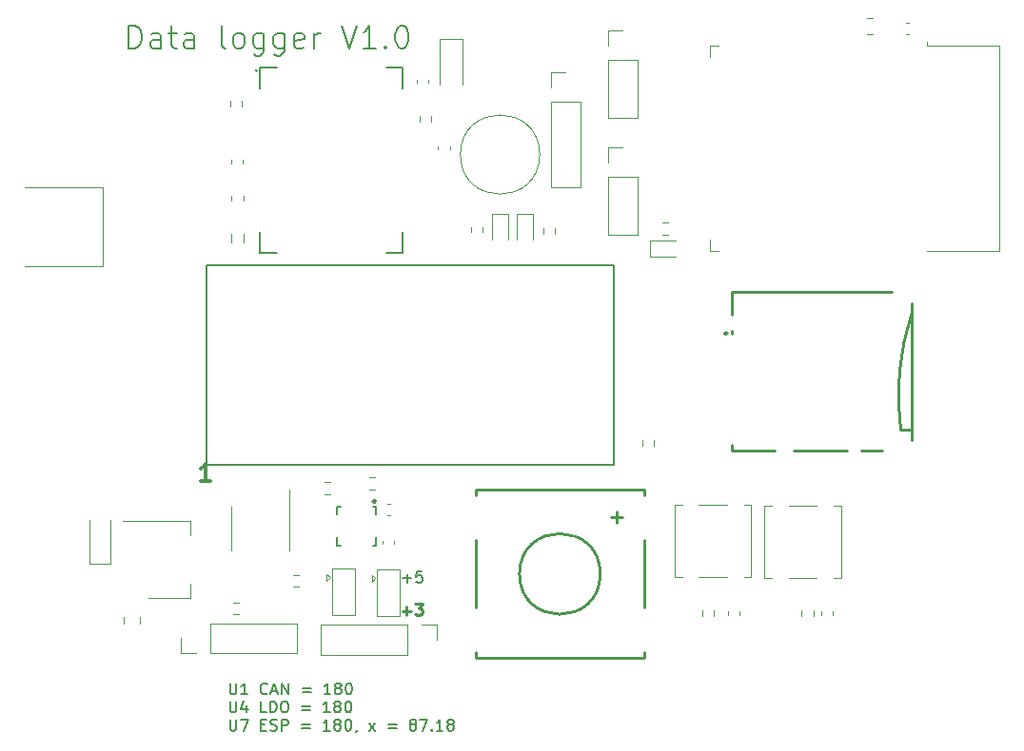
<source format=gbr>
%TF.GenerationSoftware,KiCad,Pcbnew,7.0.1-0*%
%TF.CreationDate,2023-07-25T08:38:12-04:00*%
%TF.ProjectId,data_logger,64617461-5f6c-46f6-9767-65722e6b6963,rev?*%
%TF.SameCoordinates,Original*%
%TF.FileFunction,Legend,Top*%
%TF.FilePolarity,Positive*%
%FSLAX46Y46*%
G04 Gerber Fmt 4.6, Leading zero omitted, Abs format (unit mm)*
G04 Created by KiCad (PCBNEW 7.0.1-0) date 2023-07-25 08:38:12*
%MOMM*%
%LPD*%
G01*
G04 APERTURE LIST*
%ADD10C,0.300000*%
%ADD11C,0.240000*%
%ADD12C,0.200000*%
%ADD13C,0.150000*%
%ADD14C,0.120000*%
%ADD15C,0.100000*%
%ADD16C,0.254000*%
%ADD17C,0.250000*%
%ADD18C,0.127000*%
%ADD19C,0.177800*%
%ADD20C,0.141418*%
G04 APERTURE END LIST*
D10*
X33654857Y-56966428D02*
X32797714Y-56966428D01*
X33226285Y-56966428D02*
X33226285Y-55466428D01*
X33226285Y-55466428D02*
X33083428Y-55680714D01*
X33083428Y-55680714D02*
X32940571Y-55823571D01*
X32940571Y-55823571D02*
X32797714Y-55895000D01*
D11*
X50759795Y-68543066D02*
X51521700Y-68543066D01*
X51140747Y-68924019D02*
X51140747Y-68162114D01*
X51902652Y-67924019D02*
X52521699Y-67924019D01*
X52521699Y-67924019D02*
X52188366Y-68304971D01*
X52188366Y-68304971D02*
X52331223Y-68304971D01*
X52331223Y-68304971D02*
X52426461Y-68352590D01*
X52426461Y-68352590D02*
X52474080Y-68400209D01*
X52474080Y-68400209D02*
X52521699Y-68495447D01*
X52521699Y-68495447D02*
X52521699Y-68733542D01*
X52521699Y-68733542D02*
X52474080Y-68828780D01*
X52474080Y-68828780D02*
X52426461Y-68876400D01*
X52426461Y-68876400D02*
X52331223Y-68924019D01*
X52331223Y-68924019D02*
X52045509Y-68924019D01*
X52045509Y-68924019D02*
X51950271Y-68876400D01*
X51950271Y-68876400D02*
X51902652Y-68828780D01*
D12*
X50778095Y-65646666D02*
X51540000Y-65646666D01*
X51159047Y-66027619D02*
X51159047Y-65265714D01*
X52492380Y-65027619D02*
X52016190Y-65027619D01*
X52016190Y-65027619D02*
X51968571Y-65503809D01*
X51968571Y-65503809D02*
X52016190Y-65456190D01*
X52016190Y-65456190D02*
X52111428Y-65408571D01*
X52111428Y-65408571D02*
X52349523Y-65408571D01*
X52349523Y-65408571D02*
X52444761Y-65456190D01*
X52444761Y-65456190D02*
X52492380Y-65503809D01*
X52492380Y-65503809D02*
X52539999Y-65599047D01*
X52539999Y-65599047D02*
X52539999Y-65837142D01*
X52539999Y-65837142D02*
X52492380Y-65932380D01*
X52492380Y-65932380D02*
X52444761Y-65980000D01*
X52444761Y-65980000D02*
X52349523Y-66027619D01*
X52349523Y-66027619D02*
X52111428Y-66027619D01*
X52111428Y-66027619D02*
X52016190Y-65980000D01*
X52016190Y-65980000D02*
X51968571Y-65932380D01*
D13*
X35418095Y-74977619D02*
X35418095Y-75787142D01*
X35418095Y-75787142D02*
X35465714Y-75882380D01*
X35465714Y-75882380D02*
X35513333Y-75930000D01*
X35513333Y-75930000D02*
X35608571Y-75977619D01*
X35608571Y-75977619D02*
X35799047Y-75977619D01*
X35799047Y-75977619D02*
X35894285Y-75930000D01*
X35894285Y-75930000D02*
X35941904Y-75882380D01*
X35941904Y-75882380D02*
X35989523Y-75787142D01*
X35989523Y-75787142D02*
X35989523Y-74977619D01*
X36989523Y-75977619D02*
X36418095Y-75977619D01*
X36703809Y-75977619D02*
X36703809Y-74977619D01*
X36703809Y-74977619D02*
X36608571Y-75120476D01*
X36608571Y-75120476D02*
X36513333Y-75215714D01*
X36513333Y-75215714D02*
X36418095Y-75263333D01*
X38751428Y-75882380D02*
X38703809Y-75930000D01*
X38703809Y-75930000D02*
X38560952Y-75977619D01*
X38560952Y-75977619D02*
X38465714Y-75977619D01*
X38465714Y-75977619D02*
X38322857Y-75930000D01*
X38322857Y-75930000D02*
X38227619Y-75834761D01*
X38227619Y-75834761D02*
X38180000Y-75739523D01*
X38180000Y-75739523D02*
X38132381Y-75549047D01*
X38132381Y-75549047D02*
X38132381Y-75406190D01*
X38132381Y-75406190D02*
X38180000Y-75215714D01*
X38180000Y-75215714D02*
X38227619Y-75120476D01*
X38227619Y-75120476D02*
X38322857Y-75025238D01*
X38322857Y-75025238D02*
X38465714Y-74977619D01*
X38465714Y-74977619D02*
X38560952Y-74977619D01*
X38560952Y-74977619D02*
X38703809Y-75025238D01*
X38703809Y-75025238D02*
X38751428Y-75072857D01*
X39132381Y-75691904D02*
X39608571Y-75691904D01*
X39037143Y-75977619D02*
X39370476Y-74977619D01*
X39370476Y-74977619D02*
X39703809Y-75977619D01*
X40037143Y-75977619D02*
X40037143Y-74977619D01*
X40037143Y-74977619D02*
X40608571Y-75977619D01*
X40608571Y-75977619D02*
X40608571Y-74977619D01*
X41846667Y-75453809D02*
X42608572Y-75453809D01*
X42608572Y-75739523D02*
X41846667Y-75739523D01*
X44370476Y-75977619D02*
X43799048Y-75977619D01*
X44084762Y-75977619D02*
X44084762Y-74977619D01*
X44084762Y-74977619D02*
X43989524Y-75120476D01*
X43989524Y-75120476D02*
X43894286Y-75215714D01*
X43894286Y-75215714D02*
X43799048Y-75263333D01*
X44941905Y-75406190D02*
X44846667Y-75358571D01*
X44846667Y-75358571D02*
X44799048Y-75310952D01*
X44799048Y-75310952D02*
X44751429Y-75215714D01*
X44751429Y-75215714D02*
X44751429Y-75168095D01*
X44751429Y-75168095D02*
X44799048Y-75072857D01*
X44799048Y-75072857D02*
X44846667Y-75025238D01*
X44846667Y-75025238D02*
X44941905Y-74977619D01*
X44941905Y-74977619D02*
X45132381Y-74977619D01*
X45132381Y-74977619D02*
X45227619Y-75025238D01*
X45227619Y-75025238D02*
X45275238Y-75072857D01*
X45275238Y-75072857D02*
X45322857Y-75168095D01*
X45322857Y-75168095D02*
X45322857Y-75215714D01*
X45322857Y-75215714D02*
X45275238Y-75310952D01*
X45275238Y-75310952D02*
X45227619Y-75358571D01*
X45227619Y-75358571D02*
X45132381Y-75406190D01*
X45132381Y-75406190D02*
X44941905Y-75406190D01*
X44941905Y-75406190D02*
X44846667Y-75453809D01*
X44846667Y-75453809D02*
X44799048Y-75501428D01*
X44799048Y-75501428D02*
X44751429Y-75596666D01*
X44751429Y-75596666D02*
X44751429Y-75787142D01*
X44751429Y-75787142D02*
X44799048Y-75882380D01*
X44799048Y-75882380D02*
X44846667Y-75930000D01*
X44846667Y-75930000D02*
X44941905Y-75977619D01*
X44941905Y-75977619D02*
X45132381Y-75977619D01*
X45132381Y-75977619D02*
X45227619Y-75930000D01*
X45227619Y-75930000D02*
X45275238Y-75882380D01*
X45275238Y-75882380D02*
X45322857Y-75787142D01*
X45322857Y-75787142D02*
X45322857Y-75596666D01*
X45322857Y-75596666D02*
X45275238Y-75501428D01*
X45275238Y-75501428D02*
X45227619Y-75453809D01*
X45227619Y-75453809D02*
X45132381Y-75406190D01*
X45941905Y-74977619D02*
X46037143Y-74977619D01*
X46037143Y-74977619D02*
X46132381Y-75025238D01*
X46132381Y-75025238D02*
X46180000Y-75072857D01*
X46180000Y-75072857D02*
X46227619Y-75168095D01*
X46227619Y-75168095D02*
X46275238Y-75358571D01*
X46275238Y-75358571D02*
X46275238Y-75596666D01*
X46275238Y-75596666D02*
X46227619Y-75787142D01*
X46227619Y-75787142D02*
X46180000Y-75882380D01*
X46180000Y-75882380D02*
X46132381Y-75930000D01*
X46132381Y-75930000D02*
X46037143Y-75977619D01*
X46037143Y-75977619D02*
X45941905Y-75977619D01*
X45941905Y-75977619D02*
X45846667Y-75930000D01*
X45846667Y-75930000D02*
X45799048Y-75882380D01*
X45799048Y-75882380D02*
X45751429Y-75787142D01*
X45751429Y-75787142D02*
X45703810Y-75596666D01*
X45703810Y-75596666D02*
X45703810Y-75358571D01*
X45703810Y-75358571D02*
X45751429Y-75168095D01*
X45751429Y-75168095D02*
X45799048Y-75072857D01*
X45799048Y-75072857D02*
X45846667Y-75025238D01*
X45846667Y-75025238D02*
X45941905Y-74977619D01*
X35418095Y-76597619D02*
X35418095Y-77407142D01*
X35418095Y-77407142D02*
X35465714Y-77502380D01*
X35465714Y-77502380D02*
X35513333Y-77550000D01*
X35513333Y-77550000D02*
X35608571Y-77597619D01*
X35608571Y-77597619D02*
X35799047Y-77597619D01*
X35799047Y-77597619D02*
X35894285Y-77550000D01*
X35894285Y-77550000D02*
X35941904Y-77502380D01*
X35941904Y-77502380D02*
X35989523Y-77407142D01*
X35989523Y-77407142D02*
X35989523Y-76597619D01*
X36894285Y-76930952D02*
X36894285Y-77597619D01*
X36656190Y-76550000D02*
X36418095Y-77264285D01*
X36418095Y-77264285D02*
X37037142Y-77264285D01*
X38656190Y-77597619D02*
X38180000Y-77597619D01*
X38180000Y-77597619D02*
X38180000Y-76597619D01*
X38989524Y-77597619D02*
X38989524Y-76597619D01*
X38989524Y-76597619D02*
X39227619Y-76597619D01*
X39227619Y-76597619D02*
X39370476Y-76645238D01*
X39370476Y-76645238D02*
X39465714Y-76740476D01*
X39465714Y-76740476D02*
X39513333Y-76835714D01*
X39513333Y-76835714D02*
X39560952Y-77026190D01*
X39560952Y-77026190D02*
X39560952Y-77169047D01*
X39560952Y-77169047D02*
X39513333Y-77359523D01*
X39513333Y-77359523D02*
X39465714Y-77454761D01*
X39465714Y-77454761D02*
X39370476Y-77550000D01*
X39370476Y-77550000D02*
X39227619Y-77597619D01*
X39227619Y-77597619D02*
X38989524Y-77597619D01*
X40180000Y-76597619D02*
X40370476Y-76597619D01*
X40370476Y-76597619D02*
X40465714Y-76645238D01*
X40465714Y-76645238D02*
X40560952Y-76740476D01*
X40560952Y-76740476D02*
X40608571Y-76930952D01*
X40608571Y-76930952D02*
X40608571Y-77264285D01*
X40608571Y-77264285D02*
X40560952Y-77454761D01*
X40560952Y-77454761D02*
X40465714Y-77550000D01*
X40465714Y-77550000D02*
X40370476Y-77597619D01*
X40370476Y-77597619D02*
X40180000Y-77597619D01*
X40180000Y-77597619D02*
X40084762Y-77550000D01*
X40084762Y-77550000D02*
X39989524Y-77454761D01*
X39989524Y-77454761D02*
X39941905Y-77264285D01*
X39941905Y-77264285D02*
X39941905Y-76930952D01*
X39941905Y-76930952D02*
X39989524Y-76740476D01*
X39989524Y-76740476D02*
X40084762Y-76645238D01*
X40084762Y-76645238D02*
X40180000Y-76597619D01*
X41799048Y-77073809D02*
X42560953Y-77073809D01*
X42560953Y-77359523D02*
X41799048Y-77359523D01*
X44322857Y-77597619D02*
X43751429Y-77597619D01*
X44037143Y-77597619D02*
X44037143Y-76597619D01*
X44037143Y-76597619D02*
X43941905Y-76740476D01*
X43941905Y-76740476D02*
X43846667Y-76835714D01*
X43846667Y-76835714D02*
X43751429Y-76883333D01*
X44894286Y-77026190D02*
X44799048Y-76978571D01*
X44799048Y-76978571D02*
X44751429Y-76930952D01*
X44751429Y-76930952D02*
X44703810Y-76835714D01*
X44703810Y-76835714D02*
X44703810Y-76788095D01*
X44703810Y-76788095D02*
X44751429Y-76692857D01*
X44751429Y-76692857D02*
X44799048Y-76645238D01*
X44799048Y-76645238D02*
X44894286Y-76597619D01*
X44894286Y-76597619D02*
X45084762Y-76597619D01*
X45084762Y-76597619D02*
X45180000Y-76645238D01*
X45180000Y-76645238D02*
X45227619Y-76692857D01*
X45227619Y-76692857D02*
X45275238Y-76788095D01*
X45275238Y-76788095D02*
X45275238Y-76835714D01*
X45275238Y-76835714D02*
X45227619Y-76930952D01*
X45227619Y-76930952D02*
X45180000Y-76978571D01*
X45180000Y-76978571D02*
X45084762Y-77026190D01*
X45084762Y-77026190D02*
X44894286Y-77026190D01*
X44894286Y-77026190D02*
X44799048Y-77073809D01*
X44799048Y-77073809D02*
X44751429Y-77121428D01*
X44751429Y-77121428D02*
X44703810Y-77216666D01*
X44703810Y-77216666D02*
X44703810Y-77407142D01*
X44703810Y-77407142D02*
X44751429Y-77502380D01*
X44751429Y-77502380D02*
X44799048Y-77550000D01*
X44799048Y-77550000D02*
X44894286Y-77597619D01*
X44894286Y-77597619D02*
X45084762Y-77597619D01*
X45084762Y-77597619D02*
X45180000Y-77550000D01*
X45180000Y-77550000D02*
X45227619Y-77502380D01*
X45227619Y-77502380D02*
X45275238Y-77407142D01*
X45275238Y-77407142D02*
X45275238Y-77216666D01*
X45275238Y-77216666D02*
X45227619Y-77121428D01*
X45227619Y-77121428D02*
X45180000Y-77073809D01*
X45180000Y-77073809D02*
X45084762Y-77026190D01*
X45894286Y-76597619D02*
X45989524Y-76597619D01*
X45989524Y-76597619D02*
X46084762Y-76645238D01*
X46084762Y-76645238D02*
X46132381Y-76692857D01*
X46132381Y-76692857D02*
X46180000Y-76788095D01*
X46180000Y-76788095D02*
X46227619Y-76978571D01*
X46227619Y-76978571D02*
X46227619Y-77216666D01*
X46227619Y-77216666D02*
X46180000Y-77407142D01*
X46180000Y-77407142D02*
X46132381Y-77502380D01*
X46132381Y-77502380D02*
X46084762Y-77550000D01*
X46084762Y-77550000D02*
X45989524Y-77597619D01*
X45989524Y-77597619D02*
X45894286Y-77597619D01*
X45894286Y-77597619D02*
X45799048Y-77550000D01*
X45799048Y-77550000D02*
X45751429Y-77502380D01*
X45751429Y-77502380D02*
X45703810Y-77407142D01*
X45703810Y-77407142D02*
X45656191Y-77216666D01*
X45656191Y-77216666D02*
X45656191Y-76978571D01*
X45656191Y-76978571D02*
X45703810Y-76788095D01*
X45703810Y-76788095D02*
X45751429Y-76692857D01*
X45751429Y-76692857D02*
X45799048Y-76645238D01*
X45799048Y-76645238D02*
X45894286Y-76597619D01*
X35418095Y-78217619D02*
X35418095Y-79027142D01*
X35418095Y-79027142D02*
X35465714Y-79122380D01*
X35465714Y-79122380D02*
X35513333Y-79170000D01*
X35513333Y-79170000D02*
X35608571Y-79217619D01*
X35608571Y-79217619D02*
X35799047Y-79217619D01*
X35799047Y-79217619D02*
X35894285Y-79170000D01*
X35894285Y-79170000D02*
X35941904Y-79122380D01*
X35941904Y-79122380D02*
X35989523Y-79027142D01*
X35989523Y-79027142D02*
X35989523Y-78217619D01*
X36370476Y-78217619D02*
X37037142Y-78217619D01*
X37037142Y-78217619D02*
X36608571Y-79217619D01*
X38180000Y-78693809D02*
X38513333Y-78693809D01*
X38656190Y-79217619D02*
X38180000Y-79217619D01*
X38180000Y-79217619D02*
X38180000Y-78217619D01*
X38180000Y-78217619D02*
X38656190Y-78217619D01*
X39037143Y-79170000D02*
X39180000Y-79217619D01*
X39180000Y-79217619D02*
X39418095Y-79217619D01*
X39418095Y-79217619D02*
X39513333Y-79170000D01*
X39513333Y-79170000D02*
X39560952Y-79122380D01*
X39560952Y-79122380D02*
X39608571Y-79027142D01*
X39608571Y-79027142D02*
X39608571Y-78931904D01*
X39608571Y-78931904D02*
X39560952Y-78836666D01*
X39560952Y-78836666D02*
X39513333Y-78789047D01*
X39513333Y-78789047D02*
X39418095Y-78741428D01*
X39418095Y-78741428D02*
X39227619Y-78693809D01*
X39227619Y-78693809D02*
X39132381Y-78646190D01*
X39132381Y-78646190D02*
X39084762Y-78598571D01*
X39084762Y-78598571D02*
X39037143Y-78503333D01*
X39037143Y-78503333D02*
X39037143Y-78408095D01*
X39037143Y-78408095D02*
X39084762Y-78312857D01*
X39084762Y-78312857D02*
X39132381Y-78265238D01*
X39132381Y-78265238D02*
X39227619Y-78217619D01*
X39227619Y-78217619D02*
X39465714Y-78217619D01*
X39465714Y-78217619D02*
X39608571Y-78265238D01*
X40037143Y-79217619D02*
X40037143Y-78217619D01*
X40037143Y-78217619D02*
X40418095Y-78217619D01*
X40418095Y-78217619D02*
X40513333Y-78265238D01*
X40513333Y-78265238D02*
X40560952Y-78312857D01*
X40560952Y-78312857D02*
X40608571Y-78408095D01*
X40608571Y-78408095D02*
X40608571Y-78550952D01*
X40608571Y-78550952D02*
X40560952Y-78646190D01*
X40560952Y-78646190D02*
X40513333Y-78693809D01*
X40513333Y-78693809D02*
X40418095Y-78741428D01*
X40418095Y-78741428D02*
X40037143Y-78741428D01*
X41799048Y-78693809D02*
X42560953Y-78693809D01*
X42560953Y-78979523D02*
X41799048Y-78979523D01*
X44322857Y-79217619D02*
X43751429Y-79217619D01*
X44037143Y-79217619D02*
X44037143Y-78217619D01*
X44037143Y-78217619D02*
X43941905Y-78360476D01*
X43941905Y-78360476D02*
X43846667Y-78455714D01*
X43846667Y-78455714D02*
X43751429Y-78503333D01*
X44894286Y-78646190D02*
X44799048Y-78598571D01*
X44799048Y-78598571D02*
X44751429Y-78550952D01*
X44751429Y-78550952D02*
X44703810Y-78455714D01*
X44703810Y-78455714D02*
X44703810Y-78408095D01*
X44703810Y-78408095D02*
X44751429Y-78312857D01*
X44751429Y-78312857D02*
X44799048Y-78265238D01*
X44799048Y-78265238D02*
X44894286Y-78217619D01*
X44894286Y-78217619D02*
X45084762Y-78217619D01*
X45084762Y-78217619D02*
X45180000Y-78265238D01*
X45180000Y-78265238D02*
X45227619Y-78312857D01*
X45227619Y-78312857D02*
X45275238Y-78408095D01*
X45275238Y-78408095D02*
X45275238Y-78455714D01*
X45275238Y-78455714D02*
X45227619Y-78550952D01*
X45227619Y-78550952D02*
X45180000Y-78598571D01*
X45180000Y-78598571D02*
X45084762Y-78646190D01*
X45084762Y-78646190D02*
X44894286Y-78646190D01*
X44894286Y-78646190D02*
X44799048Y-78693809D01*
X44799048Y-78693809D02*
X44751429Y-78741428D01*
X44751429Y-78741428D02*
X44703810Y-78836666D01*
X44703810Y-78836666D02*
X44703810Y-79027142D01*
X44703810Y-79027142D02*
X44751429Y-79122380D01*
X44751429Y-79122380D02*
X44799048Y-79170000D01*
X44799048Y-79170000D02*
X44894286Y-79217619D01*
X44894286Y-79217619D02*
X45084762Y-79217619D01*
X45084762Y-79217619D02*
X45180000Y-79170000D01*
X45180000Y-79170000D02*
X45227619Y-79122380D01*
X45227619Y-79122380D02*
X45275238Y-79027142D01*
X45275238Y-79027142D02*
X45275238Y-78836666D01*
X45275238Y-78836666D02*
X45227619Y-78741428D01*
X45227619Y-78741428D02*
X45180000Y-78693809D01*
X45180000Y-78693809D02*
X45084762Y-78646190D01*
X45894286Y-78217619D02*
X45989524Y-78217619D01*
X45989524Y-78217619D02*
X46084762Y-78265238D01*
X46084762Y-78265238D02*
X46132381Y-78312857D01*
X46132381Y-78312857D02*
X46180000Y-78408095D01*
X46180000Y-78408095D02*
X46227619Y-78598571D01*
X46227619Y-78598571D02*
X46227619Y-78836666D01*
X46227619Y-78836666D02*
X46180000Y-79027142D01*
X46180000Y-79027142D02*
X46132381Y-79122380D01*
X46132381Y-79122380D02*
X46084762Y-79170000D01*
X46084762Y-79170000D02*
X45989524Y-79217619D01*
X45989524Y-79217619D02*
X45894286Y-79217619D01*
X45894286Y-79217619D02*
X45799048Y-79170000D01*
X45799048Y-79170000D02*
X45751429Y-79122380D01*
X45751429Y-79122380D02*
X45703810Y-79027142D01*
X45703810Y-79027142D02*
X45656191Y-78836666D01*
X45656191Y-78836666D02*
X45656191Y-78598571D01*
X45656191Y-78598571D02*
X45703810Y-78408095D01*
X45703810Y-78408095D02*
X45751429Y-78312857D01*
X45751429Y-78312857D02*
X45799048Y-78265238D01*
X45799048Y-78265238D02*
X45894286Y-78217619D01*
X46703810Y-79170000D02*
X46703810Y-79217619D01*
X46703810Y-79217619D02*
X46656191Y-79312857D01*
X46656191Y-79312857D02*
X46608572Y-79360476D01*
X47799048Y-79217619D02*
X48322857Y-78550952D01*
X47799048Y-78550952D02*
X48322857Y-79217619D01*
X49465715Y-78693809D02*
X50227620Y-78693809D01*
X50227620Y-78979523D02*
X49465715Y-78979523D01*
X51608572Y-78646190D02*
X51513334Y-78598571D01*
X51513334Y-78598571D02*
X51465715Y-78550952D01*
X51465715Y-78550952D02*
X51418096Y-78455714D01*
X51418096Y-78455714D02*
X51418096Y-78408095D01*
X51418096Y-78408095D02*
X51465715Y-78312857D01*
X51465715Y-78312857D02*
X51513334Y-78265238D01*
X51513334Y-78265238D02*
X51608572Y-78217619D01*
X51608572Y-78217619D02*
X51799048Y-78217619D01*
X51799048Y-78217619D02*
X51894286Y-78265238D01*
X51894286Y-78265238D02*
X51941905Y-78312857D01*
X51941905Y-78312857D02*
X51989524Y-78408095D01*
X51989524Y-78408095D02*
X51989524Y-78455714D01*
X51989524Y-78455714D02*
X51941905Y-78550952D01*
X51941905Y-78550952D02*
X51894286Y-78598571D01*
X51894286Y-78598571D02*
X51799048Y-78646190D01*
X51799048Y-78646190D02*
X51608572Y-78646190D01*
X51608572Y-78646190D02*
X51513334Y-78693809D01*
X51513334Y-78693809D02*
X51465715Y-78741428D01*
X51465715Y-78741428D02*
X51418096Y-78836666D01*
X51418096Y-78836666D02*
X51418096Y-79027142D01*
X51418096Y-79027142D02*
X51465715Y-79122380D01*
X51465715Y-79122380D02*
X51513334Y-79170000D01*
X51513334Y-79170000D02*
X51608572Y-79217619D01*
X51608572Y-79217619D02*
X51799048Y-79217619D01*
X51799048Y-79217619D02*
X51894286Y-79170000D01*
X51894286Y-79170000D02*
X51941905Y-79122380D01*
X51941905Y-79122380D02*
X51989524Y-79027142D01*
X51989524Y-79027142D02*
X51989524Y-78836666D01*
X51989524Y-78836666D02*
X51941905Y-78741428D01*
X51941905Y-78741428D02*
X51894286Y-78693809D01*
X51894286Y-78693809D02*
X51799048Y-78646190D01*
X52322858Y-78217619D02*
X52989524Y-78217619D01*
X52989524Y-78217619D02*
X52560953Y-79217619D01*
X53370477Y-79122380D02*
X53418096Y-79170000D01*
X53418096Y-79170000D02*
X53370477Y-79217619D01*
X53370477Y-79217619D02*
X53322858Y-79170000D01*
X53322858Y-79170000D02*
X53370477Y-79122380D01*
X53370477Y-79122380D02*
X53370477Y-79217619D01*
X54370476Y-79217619D02*
X53799048Y-79217619D01*
X54084762Y-79217619D02*
X54084762Y-78217619D01*
X54084762Y-78217619D02*
X53989524Y-78360476D01*
X53989524Y-78360476D02*
X53894286Y-78455714D01*
X53894286Y-78455714D02*
X53799048Y-78503333D01*
X54941905Y-78646190D02*
X54846667Y-78598571D01*
X54846667Y-78598571D02*
X54799048Y-78550952D01*
X54799048Y-78550952D02*
X54751429Y-78455714D01*
X54751429Y-78455714D02*
X54751429Y-78408095D01*
X54751429Y-78408095D02*
X54799048Y-78312857D01*
X54799048Y-78312857D02*
X54846667Y-78265238D01*
X54846667Y-78265238D02*
X54941905Y-78217619D01*
X54941905Y-78217619D02*
X55132381Y-78217619D01*
X55132381Y-78217619D02*
X55227619Y-78265238D01*
X55227619Y-78265238D02*
X55275238Y-78312857D01*
X55275238Y-78312857D02*
X55322857Y-78408095D01*
X55322857Y-78408095D02*
X55322857Y-78455714D01*
X55322857Y-78455714D02*
X55275238Y-78550952D01*
X55275238Y-78550952D02*
X55227619Y-78598571D01*
X55227619Y-78598571D02*
X55132381Y-78646190D01*
X55132381Y-78646190D02*
X54941905Y-78646190D01*
X54941905Y-78646190D02*
X54846667Y-78693809D01*
X54846667Y-78693809D02*
X54799048Y-78741428D01*
X54799048Y-78741428D02*
X54751429Y-78836666D01*
X54751429Y-78836666D02*
X54751429Y-79027142D01*
X54751429Y-79027142D02*
X54799048Y-79122380D01*
X54799048Y-79122380D02*
X54846667Y-79170000D01*
X54846667Y-79170000D02*
X54941905Y-79217619D01*
X54941905Y-79217619D02*
X55132381Y-79217619D01*
X55132381Y-79217619D02*
X55227619Y-79170000D01*
X55227619Y-79170000D02*
X55275238Y-79122380D01*
X55275238Y-79122380D02*
X55322857Y-79027142D01*
X55322857Y-79027142D02*
X55322857Y-78836666D01*
X55322857Y-78836666D02*
X55275238Y-78741428D01*
X55275238Y-78741428D02*
X55227619Y-78693809D01*
X55227619Y-78693809D02*
X55132381Y-78646190D01*
D12*
X26426190Y-18435238D02*
X26426190Y-16435238D01*
X26426190Y-16435238D02*
X26902380Y-16435238D01*
X26902380Y-16435238D02*
X27188095Y-16530476D01*
X27188095Y-16530476D02*
X27378571Y-16720952D01*
X27378571Y-16720952D02*
X27473809Y-16911428D01*
X27473809Y-16911428D02*
X27569047Y-17292380D01*
X27569047Y-17292380D02*
X27569047Y-17578095D01*
X27569047Y-17578095D02*
X27473809Y-17959047D01*
X27473809Y-17959047D02*
X27378571Y-18149523D01*
X27378571Y-18149523D02*
X27188095Y-18340000D01*
X27188095Y-18340000D02*
X26902380Y-18435238D01*
X26902380Y-18435238D02*
X26426190Y-18435238D01*
X29283333Y-18435238D02*
X29283333Y-17387619D01*
X29283333Y-17387619D02*
X29188095Y-17197142D01*
X29188095Y-17197142D02*
X28997619Y-17101904D01*
X28997619Y-17101904D02*
X28616666Y-17101904D01*
X28616666Y-17101904D02*
X28426190Y-17197142D01*
X29283333Y-18340000D02*
X29092857Y-18435238D01*
X29092857Y-18435238D02*
X28616666Y-18435238D01*
X28616666Y-18435238D02*
X28426190Y-18340000D01*
X28426190Y-18340000D02*
X28330952Y-18149523D01*
X28330952Y-18149523D02*
X28330952Y-17959047D01*
X28330952Y-17959047D02*
X28426190Y-17768571D01*
X28426190Y-17768571D02*
X28616666Y-17673333D01*
X28616666Y-17673333D02*
X29092857Y-17673333D01*
X29092857Y-17673333D02*
X29283333Y-17578095D01*
X29950000Y-17101904D02*
X30711904Y-17101904D01*
X30235714Y-16435238D02*
X30235714Y-18149523D01*
X30235714Y-18149523D02*
X30330952Y-18340000D01*
X30330952Y-18340000D02*
X30521428Y-18435238D01*
X30521428Y-18435238D02*
X30711904Y-18435238D01*
X32235714Y-18435238D02*
X32235714Y-17387619D01*
X32235714Y-17387619D02*
X32140476Y-17197142D01*
X32140476Y-17197142D02*
X31950000Y-17101904D01*
X31950000Y-17101904D02*
X31569047Y-17101904D01*
X31569047Y-17101904D02*
X31378571Y-17197142D01*
X32235714Y-18340000D02*
X32045238Y-18435238D01*
X32045238Y-18435238D02*
X31569047Y-18435238D01*
X31569047Y-18435238D02*
X31378571Y-18340000D01*
X31378571Y-18340000D02*
X31283333Y-18149523D01*
X31283333Y-18149523D02*
X31283333Y-17959047D01*
X31283333Y-17959047D02*
X31378571Y-17768571D01*
X31378571Y-17768571D02*
X31569047Y-17673333D01*
X31569047Y-17673333D02*
X32045238Y-17673333D01*
X32045238Y-17673333D02*
X32235714Y-17578095D01*
X34997619Y-18435238D02*
X34807143Y-18340000D01*
X34807143Y-18340000D02*
X34711905Y-18149523D01*
X34711905Y-18149523D02*
X34711905Y-16435238D01*
X36045238Y-18435238D02*
X35854762Y-18340000D01*
X35854762Y-18340000D02*
X35759524Y-18244761D01*
X35759524Y-18244761D02*
X35664286Y-18054285D01*
X35664286Y-18054285D02*
X35664286Y-17482857D01*
X35664286Y-17482857D02*
X35759524Y-17292380D01*
X35759524Y-17292380D02*
X35854762Y-17197142D01*
X35854762Y-17197142D02*
X36045238Y-17101904D01*
X36045238Y-17101904D02*
X36330953Y-17101904D01*
X36330953Y-17101904D02*
X36521429Y-17197142D01*
X36521429Y-17197142D02*
X36616667Y-17292380D01*
X36616667Y-17292380D02*
X36711905Y-17482857D01*
X36711905Y-17482857D02*
X36711905Y-18054285D01*
X36711905Y-18054285D02*
X36616667Y-18244761D01*
X36616667Y-18244761D02*
X36521429Y-18340000D01*
X36521429Y-18340000D02*
X36330953Y-18435238D01*
X36330953Y-18435238D02*
X36045238Y-18435238D01*
X38426191Y-17101904D02*
X38426191Y-18720952D01*
X38426191Y-18720952D02*
X38330953Y-18911428D01*
X38330953Y-18911428D02*
X38235715Y-19006666D01*
X38235715Y-19006666D02*
X38045238Y-19101904D01*
X38045238Y-19101904D02*
X37759524Y-19101904D01*
X37759524Y-19101904D02*
X37569048Y-19006666D01*
X38426191Y-18340000D02*
X38235715Y-18435238D01*
X38235715Y-18435238D02*
X37854762Y-18435238D01*
X37854762Y-18435238D02*
X37664286Y-18340000D01*
X37664286Y-18340000D02*
X37569048Y-18244761D01*
X37569048Y-18244761D02*
X37473810Y-18054285D01*
X37473810Y-18054285D02*
X37473810Y-17482857D01*
X37473810Y-17482857D02*
X37569048Y-17292380D01*
X37569048Y-17292380D02*
X37664286Y-17197142D01*
X37664286Y-17197142D02*
X37854762Y-17101904D01*
X37854762Y-17101904D02*
X38235715Y-17101904D01*
X38235715Y-17101904D02*
X38426191Y-17197142D01*
X40235715Y-17101904D02*
X40235715Y-18720952D01*
X40235715Y-18720952D02*
X40140477Y-18911428D01*
X40140477Y-18911428D02*
X40045239Y-19006666D01*
X40045239Y-19006666D02*
X39854762Y-19101904D01*
X39854762Y-19101904D02*
X39569048Y-19101904D01*
X39569048Y-19101904D02*
X39378572Y-19006666D01*
X40235715Y-18340000D02*
X40045239Y-18435238D01*
X40045239Y-18435238D02*
X39664286Y-18435238D01*
X39664286Y-18435238D02*
X39473810Y-18340000D01*
X39473810Y-18340000D02*
X39378572Y-18244761D01*
X39378572Y-18244761D02*
X39283334Y-18054285D01*
X39283334Y-18054285D02*
X39283334Y-17482857D01*
X39283334Y-17482857D02*
X39378572Y-17292380D01*
X39378572Y-17292380D02*
X39473810Y-17197142D01*
X39473810Y-17197142D02*
X39664286Y-17101904D01*
X39664286Y-17101904D02*
X40045239Y-17101904D01*
X40045239Y-17101904D02*
X40235715Y-17197142D01*
X41950001Y-18340000D02*
X41759525Y-18435238D01*
X41759525Y-18435238D02*
X41378572Y-18435238D01*
X41378572Y-18435238D02*
X41188096Y-18340000D01*
X41188096Y-18340000D02*
X41092858Y-18149523D01*
X41092858Y-18149523D02*
X41092858Y-17387619D01*
X41092858Y-17387619D02*
X41188096Y-17197142D01*
X41188096Y-17197142D02*
X41378572Y-17101904D01*
X41378572Y-17101904D02*
X41759525Y-17101904D01*
X41759525Y-17101904D02*
X41950001Y-17197142D01*
X41950001Y-17197142D02*
X42045239Y-17387619D01*
X42045239Y-17387619D02*
X42045239Y-17578095D01*
X42045239Y-17578095D02*
X41092858Y-17768571D01*
X42902382Y-18435238D02*
X42902382Y-17101904D01*
X42902382Y-17482857D02*
X42997620Y-17292380D01*
X42997620Y-17292380D02*
X43092858Y-17197142D01*
X43092858Y-17197142D02*
X43283334Y-17101904D01*
X43283334Y-17101904D02*
X43473811Y-17101904D01*
X45378573Y-16435238D02*
X46045239Y-18435238D01*
X46045239Y-18435238D02*
X46711906Y-16435238D01*
X48426192Y-18435238D02*
X47283335Y-18435238D01*
X47854763Y-18435238D02*
X47854763Y-16435238D01*
X47854763Y-16435238D02*
X47664287Y-16720952D01*
X47664287Y-16720952D02*
X47473811Y-16911428D01*
X47473811Y-16911428D02*
X47283335Y-17006666D01*
X49283335Y-18244761D02*
X49378573Y-18340000D01*
X49378573Y-18340000D02*
X49283335Y-18435238D01*
X49283335Y-18435238D02*
X49188097Y-18340000D01*
X49188097Y-18340000D02*
X49283335Y-18244761D01*
X49283335Y-18244761D02*
X49283335Y-18435238D01*
X50616668Y-16435238D02*
X50807145Y-16435238D01*
X50807145Y-16435238D02*
X50997621Y-16530476D01*
X50997621Y-16530476D02*
X51092859Y-16625714D01*
X51092859Y-16625714D02*
X51188097Y-16816190D01*
X51188097Y-16816190D02*
X51283335Y-17197142D01*
X51283335Y-17197142D02*
X51283335Y-17673333D01*
X51283335Y-17673333D02*
X51188097Y-18054285D01*
X51188097Y-18054285D02*
X51092859Y-18244761D01*
X51092859Y-18244761D02*
X50997621Y-18340000D01*
X50997621Y-18340000D02*
X50807145Y-18435238D01*
X50807145Y-18435238D02*
X50616668Y-18435238D01*
X50616668Y-18435238D02*
X50426192Y-18340000D01*
X50426192Y-18340000D02*
X50330954Y-18244761D01*
X50330954Y-18244761D02*
X50235716Y-18054285D01*
X50235716Y-18054285D02*
X50140478Y-17673333D01*
X50140478Y-17673333D02*
X50140478Y-17197142D01*
X50140478Y-17197142D02*
X50235716Y-16816190D01*
X50235716Y-16816190D02*
X50330954Y-16625714D01*
X50330954Y-16625714D02*
X50426192Y-16530476D01*
X50426192Y-16530476D02*
X50616668Y-16435238D01*
D14*
%TO.C,J3*%
X69028600Y-27294400D02*
X70358600Y-27294400D01*
X69028600Y-28624400D02*
X69028600Y-27294400D01*
X69028600Y-29894400D02*
X69028600Y-35034400D01*
X69028600Y-29894400D02*
X71688600Y-29894400D01*
X69028600Y-35034400D02*
X71688600Y-35034400D01*
X71688600Y-29894400D02*
X71688600Y-35034400D01*
%TO.C,R3*%
X52259300Y-24975458D02*
X52259300Y-24500942D01*
X53304300Y-24975458D02*
X53304300Y-24500942D01*
%TO.C,S2*%
X74998200Y-65572200D02*
X75648200Y-65572200D01*
X77148200Y-65572200D02*
X79648200Y-65572200D01*
X81798200Y-65572200D02*
X81148200Y-65572200D01*
X74998200Y-59072200D02*
X74998200Y-65572200D01*
X75648200Y-59072200D02*
X74998200Y-59072200D01*
X77148200Y-59072200D02*
X79648200Y-59072200D01*
X81148200Y-59072200D02*
X81798200Y-59072200D01*
X81798200Y-59072200D02*
X81798200Y-65572200D01*
%TO.C,L1*%
X36641200Y-34944278D02*
X36641200Y-35743522D01*
X35521200Y-34944278D02*
X35521200Y-35743522D01*
D15*
%TO.C,ANT1*%
X24082600Y-30857400D02*
X17182600Y-30857400D01*
X24082600Y-37857400D02*
X24082600Y-30857400D01*
X17182600Y-37857400D02*
X24082600Y-37857400D01*
D14*
%TO.C,R10*%
X86269900Y-68994658D02*
X86269900Y-68520142D01*
X87314900Y-68994658D02*
X87314900Y-68520142D01*
%TO.C,C4*%
X27405600Y-69130148D02*
X27405600Y-69652652D01*
X25935600Y-69130148D02*
X25935600Y-69652652D01*
%TO.C,R7*%
X36489500Y-23129342D02*
X36489500Y-23603858D01*
X35444500Y-23129342D02*
X35444500Y-23603858D01*
D16*
%TO.C,J6*%
X80049000Y-54245000D02*
X83899000Y-54245000D01*
X85561000Y-54245000D02*
X90299000Y-54245000D01*
X91561000Y-54245000D02*
X93449000Y-54245000D01*
X80049000Y-53741000D02*
X80049000Y-54245000D01*
X96051000Y-53379000D02*
X96051000Y-41141000D01*
X96051000Y-52388000D02*
X95092000Y-52388000D01*
X80049000Y-43641000D02*
X80049000Y-43829000D01*
X80049000Y-40148000D02*
X80049000Y-42179000D01*
X94330000Y-40148000D02*
X80049000Y-40148000D01*
X96051394Y-42117079D02*
G75*
G03*
X95091001Y-52389000I22204620J-7256921D01*
G01*
X79668000Y-43831000D02*
G75*
G03*
X79668000Y-43831000I-127000J0D01*
G01*
D14*
%TO.C,D3*%
X62406800Y-33235300D02*
X60936800Y-33235300D01*
X60936800Y-33235300D02*
X60936800Y-35520300D01*
X62406800Y-35520300D02*
X62406800Y-33235300D01*
%TO.C,R11*%
X77430700Y-68982458D02*
X77430700Y-68507942D01*
X78475700Y-68982458D02*
X78475700Y-68507942D01*
%TO.C,C7*%
X95541820Y-16201800D02*
X95822980Y-16201800D01*
X95541820Y-17221800D02*
X95822980Y-17221800D01*
D12*
%TO.C,U5*%
X48420800Y-59254800D02*
X48420800Y-59954800D01*
X48145800Y-59254800D02*
X48420800Y-59254800D01*
X45245800Y-59254800D02*
X44970800Y-59254800D01*
X44970800Y-59254800D02*
X44970800Y-59954800D01*
X48420800Y-62004800D02*
X48420800Y-62704800D01*
X44970800Y-62004800D02*
X44970800Y-62704800D01*
X48420800Y-62704800D02*
X48145800Y-62704800D01*
X44970800Y-62704800D02*
X45245800Y-62704800D01*
D17*
X48270340Y-58929815D02*
G75*
G03*
X48267800Y-58929800I-532J125015D01*
G01*
D14*
%TO.C,C9*%
X50022200Y-62287020D02*
X50022200Y-62568180D01*
X49002200Y-62287020D02*
X49002200Y-62568180D01*
%TO.C,U1*%
X40693600Y-61200400D02*
X40693600Y-57750400D01*
X40693600Y-61200400D02*
X40693600Y-63150400D01*
X35573600Y-61200400D02*
X35573600Y-59250400D01*
X35573600Y-61200400D02*
X35573600Y-63150400D01*
%TO.C,C13*%
X80749200Y-68617620D02*
X80749200Y-68898780D01*
X79729200Y-68617620D02*
X79729200Y-68898780D01*
D16*
%TO.C,LS1*%
X72263600Y-72752400D02*
X57277600Y-72752400D01*
X72263600Y-72240400D02*
X72263600Y-72752400D01*
X72263600Y-62240400D02*
X72263600Y-68278400D01*
X72263600Y-57766400D02*
X72263600Y-58278400D01*
X70358600Y-60179400D02*
X69342600Y-60179400D01*
X69850600Y-60687400D02*
X69850600Y-59671400D01*
X57277600Y-72752400D02*
X57277600Y-72240400D01*
X57277600Y-68278400D02*
X57277600Y-62240400D01*
X57277600Y-58278400D02*
X57277600Y-57766400D01*
X57277600Y-57766400D02*
X72263600Y-57766400D01*
X68362600Y-65259400D02*
G75*
G03*
X68362600Y-65259400I-3592000J0D01*
G01*
D14*
%TO.C,U7*%
X103876600Y-18246800D02*
X97461600Y-18246800D01*
X103876600Y-18246800D02*
X103876600Y-36486800D01*
X97461600Y-18246800D02*
X97461600Y-17866800D01*
X78916600Y-18246800D02*
X78136600Y-18246800D01*
X78136600Y-18246800D02*
X78136600Y-19246800D01*
X103876600Y-36486800D02*
X97461600Y-36486800D01*
X78916600Y-36486800D02*
X78136600Y-36486800D01*
X78136600Y-36486800D02*
X78136600Y-35486800D01*
%TO.C,BT1*%
X62978600Y-27909400D02*
G75*
G03*
X62978600Y-27909400I-3530000J0D01*
G01*
%TO.C,C10*%
X22941600Y-64335400D02*
X24811600Y-64335400D01*
X24811600Y-64335400D02*
X24811600Y-60425400D01*
X22941600Y-60425400D02*
X22941600Y-64335400D01*
%TO.C,D1*%
X60171600Y-33184500D02*
X58701600Y-33184500D01*
X58701600Y-33184500D02*
X58701600Y-35469500D01*
X60171600Y-35469500D02*
X60171600Y-33184500D01*
%TO.C,D2*%
X56118600Y-17629400D02*
X54118600Y-17629400D01*
X56118600Y-17629400D02*
X56118600Y-21639400D01*
X54118600Y-17629400D02*
X54118600Y-21639400D01*
%TO.C,S1*%
X82980400Y-65648400D02*
X83630400Y-65648400D01*
X85130400Y-65648400D02*
X87630400Y-65648400D01*
X89780400Y-65648400D02*
X89130400Y-65648400D01*
X82980400Y-59148400D02*
X82980400Y-65648400D01*
X83630400Y-59148400D02*
X82980400Y-59148400D01*
X85130400Y-59148400D02*
X87630400Y-59148400D01*
X89130400Y-59148400D02*
X89780400Y-59148400D01*
X89780400Y-59148400D02*
X89780400Y-65648400D01*
%TO.C,R13*%
X73116300Y-53367542D02*
X73116300Y-53842058D01*
X72071300Y-53367542D02*
X72071300Y-53842058D01*
%TO.C,C6*%
X49410020Y-59046800D02*
X49691180Y-59046800D01*
X49410020Y-60066800D02*
X49691180Y-60066800D01*
%TO.C,U4*%
X25880600Y-60537400D02*
X31890600Y-60537400D01*
X28130600Y-67357400D02*
X31890600Y-67357400D01*
X31890600Y-60537400D02*
X31890600Y-61797400D01*
X31890600Y-67357400D02*
X31890600Y-66097400D01*
%TO.C,JP1*%
X50528300Y-64885800D02*
X50528300Y-68985800D01*
X48528300Y-64885800D02*
X50528300Y-64885800D01*
X48028300Y-65335800D02*
X48028300Y-65935800D01*
X48328300Y-65635800D02*
X48028300Y-65335800D01*
X48328300Y-65635800D02*
X48028300Y-65935800D01*
X50528300Y-68985800D02*
X48528300Y-68985800D01*
X48528300Y-68985800D02*
X48528300Y-64885800D01*
%TO.C,R2*%
X41058142Y-65346500D02*
X41532658Y-65346500D01*
X41058142Y-66391500D02*
X41532658Y-66391500D01*
%TO.C,J1*%
X53781600Y-69776400D02*
X53781600Y-71106400D01*
X52451600Y-69776400D02*
X53781600Y-69776400D01*
X51181600Y-69776400D02*
X43501600Y-69776400D01*
X51181600Y-69776400D02*
X51181600Y-72436400D01*
X43501600Y-69776400D02*
X43501600Y-72436400D01*
X51181600Y-72436400D02*
X43501600Y-72436400D01*
%TO.C,J5*%
X63948600Y-20563400D02*
X65278600Y-20563400D01*
X63948600Y-21893400D02*
X63948600Y-20563400D01*
X63948600Y-23163400D02*
X63948600Y-30843400D01*
X63948600Y-23163400D02*
X66608600Y-23163400D01*
X63948600Y-30843400D02*
X66608600Y-30843400D01*
X66608600Y-23163400D02*
X66608600Y-30843400D01*
%TO.C,R6*%
X35558700Y-32018658D02*
X35558700Y-31544142D01*
X36603700Y-32018658D02*
X36603700Y-31544142D01*
%TO.C,C12*%
X89080400Y-68616820D02*
X89080400Y-68897980D01*
X88060400Y-68616820D02*
X88060400Y-68897980D01*
%TO.C,R8*%
X43839942Y-57091500D02*
X44314458Y-57091500D01*
X43839942Y-58136500D02*
X44314458Y-58136500D01*
D18*
%TO.C,U6*%
X33336600Y-55573800D02*
X33336600Y-37793800D01*
X69596600Y-55573800D02*
X33336600Y-55573800D01*
X33336600Y-37793800D02*
X69596600Y-37793800D01*
X69596600Y-37793800D02*
X69596600Y-55573800D01*
D14*
%TO.C,C1*%
X53948200Y-27469580D02*
X53948200Y-27188420D01*
X54968200Y-27469580D02*
X54968200Y-27188420D01*
%TO.C,R4*%
X64327900Y-34496342D02*
X64327900Y-34970858D01*
X63282900Y-34496342D02*
X63282900Y-34970858D01*
%TO.C,C2*%
X36591200Y-28388820D02*
X36591200Y-28669980D01*
X35571200Y-28388820D02*
X35571200Y-28669980D01*
%TO.C,R1*%
X57927100Y-34356142D02*
X57927100Y-34830658D01*
X56882100Y-34356142D02*
X56882100Y-34830658D01*
%TO.C,R9*%
X48314458Y-57730100D02*
X47839942Y-57730100D01*
X48314458Y-56685100D02*
X47839942Y-56685100D01*
%TO.C,R12*%
X74380458Y-35039700D02*
X73905942Y-35039700D01*
X74380458Y-33994700D02*
X73905942Y-33994700D01*
%TO.C,C3*%
X53088600Y-21231820D02*
X53088600Y-21512980D01*
X52068600Y-21231820D02*
X52068600Y-21512980D01*
%TO.C,C8*%
X92068348Y-15748200D02*
X92590852Y-15748200D01*
X92068348Y-17218200D02*
X92590852Y-17218200D01*
%TO.C,R5*%
X35737342Y-67789900D02*
X36211858Y-67789900D01*
X35737342Y-68834900D02*
X36211858Y-68834900D01*
%TO.C,JP2*%
X46525000Y-64814200D02*
X46525000Y-68914200D01*
X44525000Y-64814200D02*
X46525000Y-64814200D01*
X44025000Y-65264200D02*
X44025000Y-65864200D01*
X44325000Y-65564200D02*
X44025000Y-65264200D01*
X44325000Y-65564200D02*
X44025000Y-65864200D01*
X46525000Y-68914200D02*
X44525000Y-68914200D01*
X44525000Y-68914200D02*
X44525000Y-64814200D01*
%TO.C,J2*%
X31088600Y-72309400D02*
X31088600Y-70979400D01*
X32418600Y-72309400D02*
X31088600Y-72309400D01*
X33688600Y-72309400D02*
X41368600Y-72309400D01*
X33688600Y-72309400D02*
X33688600Y-69649400D01*
X41368600Y-72309400D02*
X41368600Y-69649400D01*
X33688600Y-69649400D02*
X41368600Y-69649400D01*
D19*
%TO.C,U3*%
X50806200Y-36689400D02*
X49336200Y-36689400D01*
X50806200Y-34839400D02*
X50806200Y-36689400D01*
X50806200Y-20189400D02*
X50806200Y-22039400D01*
X49336200Y-20189400D02*
X50806200Y-20189400D01*
X39576200Y-36689400D02*
X38106200Y-36689400D01*
X38106200Y-36689400D02*
X38106200Y-34839400D01*
X38106200Y-22039400D02*
X38106200Y-20189400D01*
X38106200Y-20189400D02*
X39576200Y-20189400D01*
D20*
X37826909Y-20439400D02*
G75*
G03*
X37826909Y-20439400I-70709J0D01*
G01*
D14*
%TO.C,D5*%
X72785200Y-35560200D02*
X72785200Y-37030200D01*
X72785200Y-37030200D02*
X75070200Y-37030200D01*
X75070200Y-35560200D02*
X72785200Y-35560200D01*
%TO.C,J4*%
X69028600Y-16880400D02*
X70358600Y-16880400D01*
X69028600Y-18210400D02*
X69028600Y-16880400D01*
X69028600Y-19480400D02*
X69028600Y-24620400D01*
X69028600Y-19480400D02*
X71688600Y-19480400D01*
X69028600Y-24620400D02*
X71688600Y-24620400D01*
X71688600Y-19480400D02*
X71688600Y-24620400D01*
%TD*%
M02*

</source>
